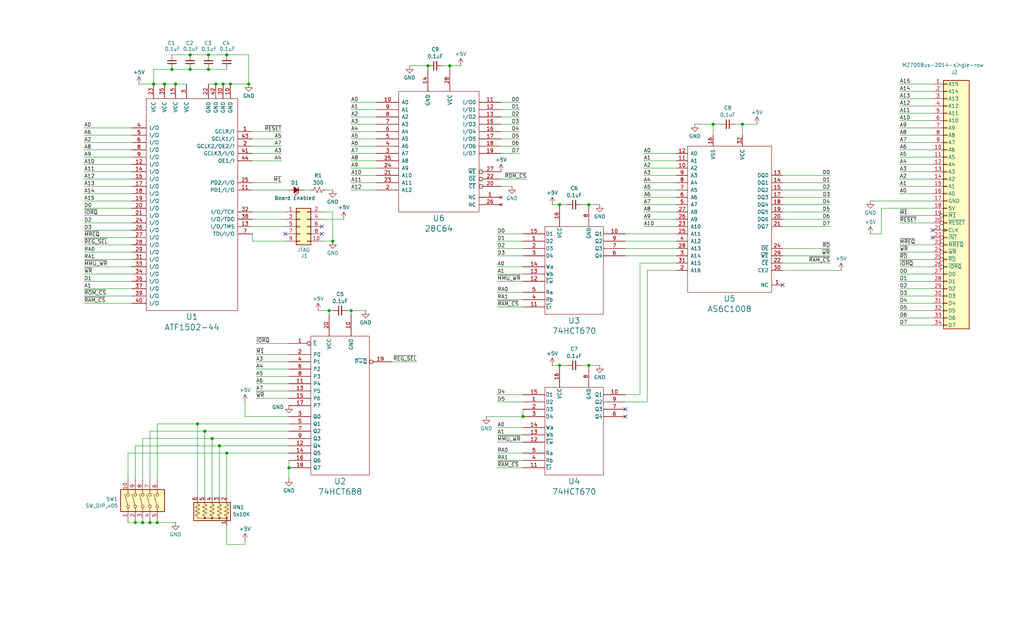
<source format=kicad_sch>
(kicad_sch (version 20231120) (generator "eeschema") (generator_version "8.0")
  (paper "USLegal")
  (title_block (title "MZ-700 SRAM 128K - ROM") (date "2024-05-19") (rev "1.0") (company "TBC") (comment 1 "ST-401"))
  (lib_symbols
    (symbol "Connector_Generic:Conn_02x05_Odd_Even" (pin_names (offset 1.016) hide)
      (property "Reference" "J" (at 1.27 7.62 0))
      (property "Value" "Conn_02x05_Odd_Even" (at 1.27 -7.62 0))
      (symbol "Conn_02x05_Odd_Even_1_1"
        (pin passive line (at -5.08 5.08 0) (length 3.81) (name "Pin_1") (number "1"))
        (pin passive line (at 7.62 -5.08 180) (length 3.81) (name "Pin_10") (number "10"))
        (pin passive line (at 7.62 5.08 180) (length 3.81) (name "Pin_2") (number "2"))
        (pin passive line (at -5.08 2.54 0) (length 3.81) (name "Pin_3") (number "3"))
        (pin passive line (at 7.62 2.54 180) (length 3.81) (name "Pin_4") (number "4"))
        (pin passive line (at -5.08 0 0) (length 3.81) (name "Pin_5") (number "5"))
        (pin passive line (at 7.62 0 180) (length 3.81) (name "Pin_6") (number "6"))
        (pin passive line (at -5.08 -2.54 0) (length 3.81) (name "Pin_7") (number "7"))
        (pin passive line (at 7.62 -2.54 180) (length 3.81) (name "Pin_8") (number "8"))
        (pin passive line (at -5.08 -5.08 0) (length 3.81) (name "Pin_9") (number "9"))
      )
    )
    (symbol "Device:C_Small" (pin_numbers hide) (pin_names (offset 0.254) hide)
      (property "Reference" "C" (at 0.254 1.778 0))
      (property "Value" "C_Small" (at 0.254 -2.032 0))
      (symbol "C_Small_1_1"
        (pin passive line (at 0 2.54 270) (length 2.032) (name "~") (number "1"))
        (pin passive line (at 0 -2.54 90) (length 2.032) (name "~") (number "2"))
      )
    )
    (symbol "Device:LED_Small_Filled" (pin_numbers hide) (pin_names (offset 0.254) hide)
      (property "Reference" "D" (at -1.27 3.175 0))
      (property "Value" "LED_Small_Filled" (at -4.445 -2.54 0))
      (symbol "LED_Small_Filled_1_1"
        (pin passive line (at -2.54 0 0) (length 1.778) (name "K") (number "1"))
        (pin passive line (at 2.54 0 180) (length 1.778) (name "A") (number "2"))
      )
    )
    (symbol "Device:R_Network05_US" (pin_names (offset 0) hide)
      (property "Reference" "RN" (at -7.62 0 90))
      (property "Value" "R_Network05_US" (at 7.62 0 90))
      (symbol "R_Network05_US_1_1"
        (pin passive line (at -5.08 5.08 270) (length 2.54) (name "common") (number "1"))
        (pin passive line (at -5.08 -5.08 90) (length 1.27) (name "R1") (number "2"))
        (pin passive line (at -2.54 -5.08 90) (length 1.27) (name "R2") (number "3"))
        (pin passive line (at 0 -5.08 90) (length 1.27) (name "R3") (number "4"))
        (pin passive line (at 2.54 -5.08 90) (length 1.27) (name "R4") (number "5"))
        (pin passive line (at 5.08 -5.08 90) (length 1.27) (name "R5") (number "6"))
      )
    )
    (symbol "Device:R_Small_US" (pin_numbers hide) (pin_names (offset 0.254) hide)
      (property "Reference" "R" (at 0.762 0.508 0))
      (property "Value" "R_Small_US" (at 0.762 -1.016 0))
      (symbol "R_Small_US_1_1"
        (pin passive line (at 0 2.54 270) (length 1.016) (name "~") (number "1"))
        (pin passive line (at 0 -2.54 90) (length 1.016) (name "~") (number "2"))
      )
    )
    (symbol "Switch:SW_DIP_x05" (pin_names (offset 0) hide)
      (property "Reference" "SW" (at 0 8.89 0))
      (property "Value" "SW_DIP_x05" (at 0 -8.89 0))
      (symbol "SW_DIP_x05_1_1"
        (pin passive line (at -7.62 5.08 0) (length 5.08) (name "~") (number "1"))
        (pin passive line (at 7.62 5.08 180) (length 5.08) (name "~") (number "10"))
        (pin passive line (at -7.62 2.54 0) (length 5.08) (name "~") (number "2"))
        (pin passive line (at -7.62 0 0) (length 5.08) (name "~") (number "3"))
        (pin passive line (at -7.62 -2.54 0) (length 5.08) (name "~") (number "4"))
        (pin passive line (at -7.62 -5.08 0) (length 5.08) (name "~") (number "5"))
        (pin passive line (at 7.62 -5.08 180) (length 5.08) (name "~") (number "6"))
        (pin passive line (at 7.62 -2.54 180) (length 5.08) (name "~") (number "7"))
        (pin passive line (at 7.62 0 180) (length 5.08) (name "~") (number "8"))
        (pin passive line (at 7.62 2.54 180) (length 5.08) (name "~") (number "9"))
      )
    )
    (symbol "power:+5V" (power) (pin_numbers hide) (pin_names (offset 0) hide)
      (property "Value" "+5V" (at 0 3.556 0))
      (symbol "+5V_1_1"
        (pin power_in line (at 0 0 90) (length 0) (name "~") (number "1"))
      )
    )
    (symbol "power:GND" (power) (pin_numbers hide) (pin_names (offset 0) hide)
      (property "Value" "GND" (at 0 -3.81 0))
      (symbol "GND_1_1"
        (pin power_in line (at 0 0 270) (length 0) (name "~") (number "1"))
      )
    )
    (symbol "sharpox:28C64" (pin_names (offset 1.016))
      (property "Reference" "U" (at 0 -2.54 0))
      (property "Value" "28C64" (at 0 2.54 0))
      (symbol "28C64_1_1"
        (pin no_connect line (at 21.59 -16.51 180) (length 7.62) (name "NC") (number "1"))
        (pin input line (at -21.59 16.51 0) (length 7.62) (name "A0") (number "10"))
        (pin bidirectional line (at 21.59 16.51 180) (length 7.62) (name "I/O0") (number "11"))
        (pin bidirectional line (at 21.59 13.97 180) (length 7.62) (name "I/O1") (number "12"))
        (pin bidirectional line (at 21.59 11.43 180) (length 7.62) (name "I/O2") (number "13"))
        (pin power_in line (at -3.81 27.94 270) (length 7.62) (name "GND") (number "14"))
        (pin bidirectional line (at 21.59 8.89 180) (length 7.62) (name "I/O3") (number "15"))
        (pin bidirectional line (at 21.59 6.35 180) (length 7.62) (name "I/O4") (number "16"))
        (pin bidirectional line (at 21.59 3.81 180) (length 7.62) (name "I/O5") (number "17"))
        (pin bidirectional line (at 21.59 1.27 180) (length 7.62) (name "I/O6") (number "18"))
        (pin bidirectional line (at 21.59 -1.27 180) (length 7.62) (name "I/O7") (number "19"))
        (pin input line (at -21.59 -13.97 0) (length 7.62) (name "A12") (number "2"))
        (pin input inverted (at 21.59 -12.7 180) (length 7.62) (name "~{CE}") (number "20"))
        (pin input line (at -21.59 -8.89 0) (length 7.62) (name "A10") (number "21"))
        (pin input inverted (at 21.59 -10.16 180) (length 7.62) (name "~{OE}") (number "22"))
        (pin input line (at -21.59 -11.43 0) (length 7.62) (name "A11") (number "23"))
        (pin input line (at -21.59 -6.35 0) (length 7.62) (name "A9") (number "24"))
        (pin input line (at -21.59 -3.81 0) (length 7.62) (name "A8") (number "25"))
        (pin no_connect line (at 21.59 -19.05 180) (length 7.62) (name "NC") (number "26"))
        (pin input inverted (at 21.59 -7.62 180) (length 7.62) (name "~{WE}") (number "27"))
        (pin power_in line (at 3.81 27.94 270) (length 7.62) (name "VCC") (number "28"))
        (pin input line (at -21.59 -1.27 0) (length 7.62) (name "A7") (number "3"))
        (pin input line (at -21.59 1.27 0) (length 7.62) (name "A6") (number "4"))
        (pin input line (at -21.59 3.81 0) (length 7.62) (name "A5") (number "5"))
        (pin input line (at -21.59 6.35 0) (length 7.62) (name "A4") (number "6"))
        (pin input line (at -21.59 8.89 0) (length 7.62) (name "A3") (number "7"))
        (pin input line (at -21.59 11.43 0) (length 7.62) (name "A2") (number "8"))
        (pin input line (at -21.59 13.97 0) (length 7.62) (name "A1") (number "9"))
      )
    )
    (symbol "sharpox:74LS670" (pin_names (offset 0.254))
      (property "Reference" "U" (at 0 -2.54 0))
      (property "Value" "74LS670" (at 0 1.27 0))
      (symbol "74LS670_0_0"
        (pin power_in line (at -5.08 21.59 270) (length 7.62) (name "VCC") (number "16"))
        (pin power_in line (at 5.08 21.59 270) (length 7.62) (name "GND") (number "8"))
      )
      (symbol "74LS670_1_1"
        (pin input line (at -17.78 8.89 0) (length 7.62) (name "D2") (number "1"))
        (pin tri_state line (at 17.78 11.43 180) (length 7.62) (name "Q1") (number "10"))
        (pin input line (at -17.78 -13.97 0) (length 7.62) (name "~{Er}") (number "11"))
        (pin input line (at -17.78 -5.08 0) (length 7.62) (name "~{Ew}") (number "12"))
        (pin input line (at -17.78 -2.54 0) (length 7.62) (name "Wb") (number "13"))
        (pin input line (at -17.78 0 0) (length 7.62) (name "Wa") (number "14"))
        (pin input line (at -17.78 11.43 0) (length 7.62) (name "D1") (number "15"))
        (pin input line (at -17.78 6.35 0) (length 7.62) (name "D3") (number "2"))
        (pin input line (at -17.78 3.81 0) (length 7.62) (name "D4") (number "3"))
        (pin input line (at -17.78 -11.43 0) (length 7.62) (name "Rb") (number "4"))
        (pin input line (at -17.78 -8.89 0) (length 7.62) (name "Ra") (number "5"))
        (pin tri_state line (at 17.78 3.81 180) (length 7.62) (name "Q4") (number "6"))
        (pin tri_state line (at 17.78 6.35 180) (length 7.62) (name "Q3") (number "7"))
        (pin tri_state line (at 17.78 8.89 180) (length 7.62) (name "Q2") (number "9"))
      )
    )
    (symbol "sharpox:74LS688" (pin_names (offset 0.762))
      (property "Reference" "U" (at 0 -2.54 0))
      (property "Value" "74LS688" (at 1.27 5.08 0))
      (symbol "74LS688_1_1"
        (pin input inverted (at -17.78 22.86 0) (length 7.62) (name "~{E}") (number "1"))
        (pin power_in line (at 3.81 33.02 270) (length 7.62) (name "GND") (number "10"))
        (pin input line (at -17.78 8.89 0) (length 7.62) (name "P4") (number "11"))
        (pin input line (at -17.78 -12.7 0) (length 7.62) (name "Q4") (number "12"))
        (pin input line (at -17.78 6.35 0) (length 7.62) (name "P5") (number "13"))
        (pin input line (at -17.78 -15.24 0) (length 7.62) (name "Q5") (number "14"))
        (pin input line (at -17.78 3.81 0) (length 7.62) (name "P6") (number "15"))
        (pin input line (at -17.78 -17.78 0) (length 7.62) (name "Q6") (number "16"))
        (pin input line (at -17.78 1.27 0) (length 7.62) (name "P7") (number "17"))
        (pin input line (at -17.78 -20.32 0) (length 7.62) (name "Q7") (number "18"))
        (pin output inverted (at 17.78 16.51 180) (length 7.62) (name "~{P=Q}") (number "19"))
        (pin input line (at -17.78 19.05 0) (length 7.62) (name "P0") (number "2"))
        (pin power_in line (at -3.81 33.02 270) (length 7.62) (name "VCC") (number "20"))
        (pin input line (at -17.78 -2.54 0) (length 7.62) (name "Q0") (number "3"))
        (pin input line (at -17.78 16.51 0) (length 7.62) (name "P1") (number "4"))
        (pin input line (at -17.78 -5.08 0) (length 7.62) (name "Q1") (number "5"))
        (pin input line (at -17.78 13.97 0) (length 7.62) (name "P2") (number "6"))
        (pin input line (at -17.78 -7.62 0) (length 7.62) (name "Q2") (number "7"))
        (pin input line (at -17.78 11.43 0) (length 7.62) (name "P3") (number "8"))
        (pin input line (at -17.78 -10.16 0) (length 7.62) (name "Q3") (number "9"))
      )
    )
    (symbol "sharpox:AS6C1008" (pin_names (offset 1.016))
      (property "Reference" "U" (at 0 -3.81 0))
      (property "Value" "AS6C1008" (at 0 2.54 0))
      (symbol "AS6C1008_1_1"
        (pin passive line (at -19.05 -22.86 0) (length 3.81) (name "NC") (number "1"))
        (pin input line (at 17.78 17.78 180) (length 3.81) (name "A2") (number "10"))
        (pin input line (at 17.78 20.32 180) (length 3.81) (name "A1") (number "11"))
        (pin input line (at 17.78 22.86 180) (length 3.81) (name "A0") (number "12"))
        (pin bidirectional line (at -19.05 15.24 0) (length 3.81) (name "DQ0") (number "13"))
        (pin bidirectional line (at -19.05 12.7 0) (length 3.81) (name "DQ1") (number "14"))
        (pin bidirectional line (at -19.05 10.16 0) (length 3.81) (name "DQ2") (number "15"))
        (pin power_in line (at 5.08 29.21 270) (length 3.81) (name "VSS") (number "16"))
        (pin bidirectional line (at -19.05 7.62 0) (length 3.81) (name "DQ3") (number "17"))
        (pin bidirectional line (at -19.05 5.08 0) (length 3.81) (name "DQ4") (number "18"))
        (pin bidirectional line (at -19.05 2.54 0) (length 3.81) (name "DQ5") (number "19"))
        (pin input line (at 17.78 -17.78 180) (length 3.81) (name "A16") (number "2"))
        (pin bidirectional line (at -19.05 0 0) (length 3.81) (name "DQ6") (number "20"))
        (pin bidirectional line (at -19.05 -2.54 0) (length 3.81) (name "DQ7") (number "21"))
        (pin input line (at -19.05 -15.24 0) (length 3.81) (name "~{CE}") (number "22"))
        (pin input line (at 17.78 -2.54 180) (length 3.81) (name "A10") (number "23"))
        (pin input line (at -19.05 -10.16 0) (length 3.81) (name "~{OE}") (number "24"))
        (pin input line (at 17.78 -5.08 180) (length 3.81) (name "A11") (number "25"))
        (pin input line (at 17.78 0 180) (length 3.81) (name "A9") (number "26"))
        (pin input line (at 17.78 2.54 180) (length 3.81) (name "A8") (number "27"))
        (pin input line (at 17.78 -10.16 180) (length 3.81) (name "A13") (number "28"))
        (pin input line (at -19.05 -12.7 0) (length 3.81) (name "~{WE}") (number "29"))
        (pin input line (at 17.78 -12.7 180) (length 3.81) (name "A14") (number "3"))
        (pin input line (at -19.05 -17.78 0) (length 3.81) (name "CE2") (number "30"))
        (pin input line (at 17.78 -15.24 180) (length 3.81) (name "A15") (number "31"))
        (pin power_in line (at -5.08 29.21 270) (length 3.81) (name "VCC") (number "32"))
        (pin input line (at 17.78 -7.62 180) (length 3.81) (name "A12") (number "4"))
        (pin input line (at 17.78 5.08 180) (length 3.81) (name "A7") (number "5"))
        (pin input line (at 17.78 7.62 180) (length 3.81) (name "A6") (number "6"))
        (pin input line (at 17.78 10.16 180) (length 3.81) (name "A5") (number "7"))
        (pin input line (at 17.78 12.7 180) (length 3.81) (name "A4") (number "8"))
        (pin input line (at 17.78 15.24 180) (length 3.81) (name "A3") (number "9"))
      )
    )
    (symbol "sharpox:ATF1504-44" (pin_names (offset 1.016))
      (property "Reference" "U" (at 0 -46.99 0))
      (property "Value" "ATF1504-44" (at 1.27 -41.91 0))
      (symbol "ATF1504-44_1_1"
        (pin input line (at 21.59 22.86 180) (length 5.08) (name "GCLR/I") (number "1"))
        (pin power_in line (at 13.97 39.37 270) (length 5.08) (name "GND") (number "10"))
        (pin bidirectional line (at 21.59 2.54 180) (length 5.08) (name "PD1/I/O") (number "11"))
        (pin bidirectional line (at -20.32 11.43 0) (length 5.08) (name "I/O") (number "12"))
        (pin bidirectional line (at 21.59 -10.16 180) (length 5.08) (name "I/O/TMS") (number "13"))
        (pin bidirectional line (at -20.32 8.89 0) (length 5.08) (name "I/O") (number "14"))
        (pin power_in line (at -5.08 39.37 270) (length 5.08) (name "VCC") (number "15"))
        (pin bidirectional line (at -20.32 6.35 0) (length 5.08) (name "I/O") (number "16"))
        (pin bidirectional line (at -20.32 3.81 0) (length 5.08) (name "I/O") (number "17"))
        (pin bidirectional line (at -20.32 1.27 0) (length 5.08) (name "I/O") (number "18"))
        (pin bidirectional line (at -20.32 -1.27 0) (length 5.08) (name "I/O") (number "19"))
        (pin input line (at 21.59 17.78 180) (length 5.08) (name "GCLK2/OE2/I") (number "2"))
        (pin bidirectional line (at -20.32 -3.81 0) (length 5.08) (name "I/O") (number "20"))
        (pin bidirectional line (at -20.32 -6.35 0) (length 5.08) (name "I/O") (number "21"))
        (pin power_in line (at 6.35 39.37 270) (length 5.08) (name "GND") (number "22"))
        (pin power_in line (at -12.7 39.37 270) (length 5.08) (name "VCC") (number "23"))
        (pin bidirectional line (at -20.32 -8.89 0) (length 5.08) (name "I/O") (number "24"))
        (pin bidirectional line (at 21.59 5.08 180) (length 5.08) (name "PD2/I/O") (number "25"))
        (pin bidirectional line (at -20.32 -11.43 0) (length 5.08) (name "I/O") (number "26"))
        (pin bidirectional line (at -20.32 -13.97 0) (length 5.08) (name "I/O") (number "27"))
        (pin bidirectional line (at -20.32 -16.51 0) (length 5.08) (name "I/O") (number "28"))
        (pin bidirectional line (at -20.32 -19.05 0) (length 5.08) (name "I/O") (number "29"))
        (pin power_in line (at -1.27 39.37 270) (length 5.08) (name "VCC") (number "3"))
        (pin power_in line (at 11.43 39.37 270) (length 5.08) (name "GND") (number "30"))
        (pin bidirectional line (at -20.32 -21.59 0) (length 5.08) (name "I/O") (number "31"))
        (pin bidirectional line (at 21.59 -5.08 180) (length 5.08) (name "I/O/TCK") (number "32"))
        (pin bidirectional line (at -20.32 -24.13 0) (length 5.08) (name "I/O") (number "33"))
        (pin bidirectional line (at -20.32 -26.67 0) (length 5.08) (name "I/O") (number "34"))
        (pin power_in line (at -8.89 39.37 270) (length 5.08) (name "VCC") (number "35"))
        (pin bidirectional line (at -20.32 -29.21 0) (length 5.08) (name "I/O") (number "36"))
        (pin bidirectional line (at -20.32 -31.75 0) (length 5.08) (name "I/O") (number "37"))
        (pin bidirectional line (at 21.59 -7.62 180) (length 5.08) (name "I/O/TDO") (number "38"))
        (pin bidirectional line (at -20.32 -34.29 0) (length 5.08) (name "I/O") (number "39"))
        (pin bidirectional line (at -20.32 24.13 0) (length 5.08) (name "I/O") (number "4"))
        (pin bidirectional line (at -20.32 -36.83 0) (length 5.08) (name "I/O") (number "40"))
        (pin bidirectional line (at 21.59 15.24 180) (length 5.08) (name "GCLK3/I/O") (number "41"))
        (pin power_in line (at 8.89 39.37 270) (length 5.08) (name "GND") (number "42"))
        (pin input line (at 21.59 20.32 180) (length 5.08) (name "GCLK1/I") (number "43"))
        (pin input line (at 21.59 12.7 180) (length 5.08) (name "OE1/I") (number "44"))
        (pin bidirectional line (at -20.32 21.59 0) (length 5.08) (name "I/O") (number "5"))
        (pin bidirectional line (at -20.32 19.05 0) (length 5.08) (name "I/O") (number "6"))
        (pin bidirectional line (at 21.59 -12.7 180) (length 5.08) (name "TDI/I/O") (number "7"))
        (pin bidirectional line (at -20.32 16.51 0) (length 5.08) (name "I/O") (number "8"))
        (pin bidirectional line (at -20.32 13.97 0) (length 5.08) (name "I/O") (number "9"))
      )
    )
    (symbol "sharpox:MZ700Bus-2014-single-row" (pin_names (offset 1.6))
      (property "Reference" "J1" (at 8.382 2.4821 0))
      (property "Value" "MZ700Bus-2014-single-row" (at -5.715 -44.45 0))
      (symbol "MZ700Bus-2014-single-row_1_1"
        (pin output line (at -5.08 43.18 0) (length 3.81) (name "A15") (number "1"))
        (pin output line (at -5.08 20.32 0) (length 3.81) (name "A6") (number "10"))
        (pin output line (at -5.08 17.78 0) (length 3.81) (name "A5") (number "11"))
        (pin output line (at -5.08 15.24 0) (length 3.81) (name "A4") (number "12"))
        (pin output line (at -5.08 12.7 0) (length 3.81) (name "A3") (number "13"))
        (pin output line (at -5.08 10.16 0) (length 3.81) (name "A2") (number "14"))
        (pin output line (at -5.08 7.62 0) (length 3.81) (name "A1") (number "15"))
        (pin output line (at -5.08 5.08 0) (length 3.81) (name "A0") (number "16"))
        (pin power_out line (at -5.08 2.54 0) (length 3.81) (name "GND") (number "17"))
        (pin power_out line (at -5.08 0 0) (length 3.81) (name "5V") (number "18"))
        (pin output inverted (at -5.08 -2.54 0) (length 3.81) (name "~{M1}") (number "19"))
        (pin output line (at -5.08 40.64 0) (length 3.81) (name "A14") (number "2"))
        (pin output inverted (at -5.08 -5.08 0) (length 3.81) (name "~{RESET}") (number "20"))
        (pin output clock (at -5.08 -7.62 0) (length 3.81) (name "CLK") (number "21"))
        (pin output inverted (at -5.08 -10.16 0) (length 3.81) (name "~{INT}") (number "22"))
        (pin output inverted (at -5.08 -12.7 0) (length 3.81) (name "~{MREQ}") (number "23"))
        (pin output inverted (at -5.08 -15.24 0) (length 3.81) (name "~{WR}") (number "24"))
        (pin output inverted (at -5.08 -17.78 0) (length 3.81) (name "~{RD}") (number "25"))
        (pin output inverted (at -5.08 -20.32 0) (length 3.81) (name "~{IORQ}") (number "26"))
        (pin bidirectional line (at -5.08 -22.86 0) (length 3.81) (name "D0") (number "27"))
        (pin bidirectional line (at -5.08 -25.4 0) (length 3.81) (name "D1") (number "28"))
        (pin bidirectional line (at -5.08 -27.94 0) (length 3.81) (name "D2") (number "29"))
        (pin output line (at -5.08 38.1 0) (length 3.81) (name "A13") (number "3"))
        (pin bidirectional line (at -5.08 -30.48 0) (length 3.81) (name "D3") (number "30"))
        (pin bidirectional line (at -5.08 -33.02 0) (length 3.81) (name "D4") (number "31"))
        (pin bidirectional line (at -5.08 -35.56 0) (length 3.81) (name "D5") (number "32"))
        (pin bidirectional line (at -5.08 -38.1 0) (length 3.81) (name "D6") (number "33"))
        (pin bidirectional line (at -5.08 -40.64 0) (length 3.81) (name "D7") (number "34"))
        (pin output line (at -5.08 35.56 0) (length 3.81) (name "A12") (number "4"))
        (pin output line (at -5.08 33.02 0) (length 3.81) (name "A11") (number "5"))
        (pin output line (at -5.08 30.48 0) (length 3.81) (name "A10") (number "6"))
        (pin output line (at -5.08 27.94 0) (length 3.81) (name "A9") (number "7"))
        (pin output line (at -5.08 25.4 0) (length 3.81) (name "A8") (number "8"))
        (pin output line (at -5.08 22.86 0) (length 3.81) (name "A7") (number "9"))
      )
    )
  )
  (junction (at 60.96 29.21))
  (junction (at 49.53 181.61))
  (junction (at 181.61 144.78))
  (junction (at 121.92 107.95))
  (junction (at 86.36 29.21))
  (junction (at 73.66 152.4))
  (junction (at 80.01 29.21))
  (junction (at 77.47 29.21))
  (junction (at 72.39 24.13))
  (junction (at 115.57 83.82))
  (junction (at 204.47 71.12))
  (junction (at 194.31 71.12))
  (junction (at 52.07 181.61))
  (junction (at 78.74 157.48))
  (junction (at 66.04 19.05))
  (junction (at 68.58 147.32))
  (junction (at 72.39 19.05))
  (junction (at 247.65 43.18))
  (junction (at 194.31 127))
  (junction (at 156.21 22.86))
  (junction (at 66.04 24.13))
  (junction (at 74.93 29.21))
  (junction (at 148.59 22.86))
  (junction (at 100.33 162.56))
  (junction (at 257.81 43.18))
  (junction (at 71.12 149.86))
  (junction (at 76.2 154.94))
  (junction (at 204.47 127))
  (junction (at 78.74 19.05))
  (junction (at 46.99 181.61))
  (junction (at 59.69 24.13))
  (junction (at 57.15 29.21))
  (junction (at 114.3 107.95))
  (junction (at 53.34 29.21))
  (junction (at 54.61 181.61))
  (no_connect (at 323.85 80.01))
  (no_connect (at 271.78 99.06))
  (no_connect (at 111.76 81.28))
  (no_connect (at 99.06 81.28))
  (no_connect (at 323.85 82.55))
  (no_connect (at 217.17 142.24))
  (no_connect (at 111.76 78.74))
  (no_connect (at 217.17 144.78))
  (wire (pts (xy 135.89 125.73) (xy 144.78 125.73)))
  (wire (pts (xy 87.63 78.74) (xy 99.06 78.74)))
  (wire (pts (xy 29.21 69.85) (xy 45.72 69.85)))
  (wire (pts (xy 52.07 149.86) (xy 52.07 166.37)))
  (wire (pts (xy 312.42 97.79) (xy 323.85 97.79)))
  (wire (pts (xy 52.07 181.61) (xy 54.61 181.61)))
  (wire (pts (xy 173.99 64.77) (xy 177.8 64.77)))
  (wire (pts (xy 85.09 139.7) (xy 85.09 144.78)))
  (wire (pts (xy 121.92 53.34) (xy 130.81 53.34)))
  (wire (pts (xy 121.92 38.1) (xy 130.81 38.1)))
  (wire (pts (xy 110.49 107.95) (xy 114.3 107.95)))
  (wire (pts (xy 87.63 55.88) (xy 97.79 55.88)))
  (wire (pts (xy 57.15 29.21) (xy 60.96 29.21)))
  (wire (pts (xy 29.21 62.23) (xy 45.72 62.23)))
  (wire (pts (xy 86.36 19.05) (xy 86.36 29.21)))
  (wire (pts (xy 113.03 66.04) (xy 115.57 66.04)))
  (wire (pts (xy 87.63 50.8) (xy 97.79 50.8)))
  (wire (pts (xy 172.72 162.56) (xy 181.61 162.56)))
  (wire (pts (xy 88.9 119.38) (xy 100.33 119.38)))
  (wire (pts (xy 29.21 90.17) (xy 45.72 90.17)))
  (wire (pts (xy 29.21 77.47) (xy 45.72 77.47)))
  (wire (pts (xy 29.21 52.07) (xy 45.72 52.07)))
  (wire (pts (xy 100.33 160.02) (xy 100.33 162.56)))
  (wire (pts (xy 172.72 81.28) (xy 181.61 81.28)))
  (wire (pts (xy 172.72 101.6) (xy 181.61 101.6)))
  (wire (pts (xy 271.78 78.74) (xy 288.29 78.74)))
  (wire (pts (xy 121.92 58.42) (xy 130.81 58.42)))
  (wire (pts (xy 223.52 58.42) (xy 234.95 58.42)))
  (wire (pts (xy 29.21 44.45) (xy 45.72 44.45)))
  (wire (pts (xy 29.21 92.71) (xy 45.72 92.71)))
  (wire (pts (xy 312.42 46.99) (xy 323.85 46.99)))
  (wire (pts (xy 224.79 93.98) (xy 224.79 139.7)))
  (wire (pts (xy 172.72 139.7) (xy 181.61 139.7)))
  (wire (pts (xy 87.63 63.5) (xy 97.79 63.5)))
  (wire (pts (xy 180.34 50.8) (xy 173.99 50.8)))
  (wire (pts (xy 312.42 36.83) (xy 323.85 36.83)))
  (wire (pts (xy 204.47 127) (xy 208.28 127)))
  (wire (pts (xy 217.17 86.36) (xy 234.95 86.36)))
  (wire (pts (xy 29.21 85.09) (xy 45.72 85.09)))
  (wire (pts (xy 247.65 43.18) (xy 241.3 43.18)))
  (wire (pts (xy 115.57 73.66) (xy 111.76 73.66)))
  (wire (pts (xy 312.42 107.95) (xy 323.85 107.95)))
  (wire (pts (xy 73.66 152.4) (xy 100.33 152.4)))
  (wire (pts (xy 121.92 35.56) (xy 130.81 35.56)))
  (wire (pts (xy 222.25 91.44) (xy 222.25 137.16)))
  (wire (pts (xy 194.31 71.12) (xy 196.85 71.12)))
  (wire (pts (xy 223.52 53.34) (xy 234.95 53.34)))
  (wire (pts (xy 54.61 147.32) (xy 68.58 147.32)))
  (wire (pts (xy 312.42 62.23) (xy 323.85 62.23)))
  (wire (pts (xy 312.42 67.31) (xy 323.85 67.31)))
  (wire (pts (xy 172.72 83.82) (xy 181.61 83.82)))
  (wire (pts (xy 80.01 29.21) (xy 86.36 29.21)))
  (wire (pts (xy 201.93 71.12) (xy 204.47 71.12)))
  (wire (pts (xy 191.77 127) (xy 194.31 127)))
  (wire (pts (xy 271.78 71.12) (xy 288.29 71.12)))
  (wire (pts (xy 29.21 80.01) (xy 45.72 80.01)))
  (wire (pts (xy 87.63 73.66) (xy 99.06 73.66)))
  (wire (pts (xy 217.17 81.28) (xy 234.95 81.28)))
  (wire (pts (xy 312.42 105.41) (xy 323.85 105.41)))
  (wire (pts (xy 180.34 53.34) (xy 173.99 53.34)))
  (wire (pts (xy 312.42 52.07) (xy 323.85 52.07)))
  (wire (pts (xy 271.78 88.9) (xy 288.29 88.9)))
  (wire (pts (xy 222.25 91.44) (xy 234.95 91.44)))
  (wire (pts (xy 71.12 149.86) (xy 100.33 149.86)))
  (wire (pts (xy 191.77 71.12) (xy 194.31 71.12)))
  (wire (pts (xy 223.52 78.74) (xy 234.95 78.74)))
  (wire (pts (xy 53.34 29.21) (xy 57.15 29.21)))
  (wire (pts (xy 271.78 76.2) (xy 288.29 76.2)))
  (wire (pts (xy 54.61 181.61) (xy 60.96 181.61)))
  (wire (pts (xy 312.42 29.21) (xy 323.85 29.21)))
  (wire (pts (xy 302.26 69.85) (xy 323.85 69.85)))
  (wire (pts (xy 88.9 123.19) (xy 100.33 123.19)))
  (wire (pts (xy 114.3 107.95) (xy 114.3 109.22)))
  (wire (pts (xy 45.72 72.39) (xy 29.21 72.39)))
  (wire (pts (xy 223.52 55.88) (xy 234.95 55.88)))
  (wire (pts (xy 87.63 66.04) (xy 100.33 66.04)))
  (wire (pts (xy 312.42 49.53) (xy 323.85 49.53)))
  (wire (pts (xy 88.9 125.73) (xy 100.33 125.73)))
  (wire (pts (xy 172.72 153.67) (xy 181.61 153.67)))
  (wire (pts (xy 121.92 107.95) (xy 121.92 109.22)))
  (wire (pts (xy 52.07 149.86) (xy 71.12 149.86)))
  (wire (pts (xy 29.21 87.63) (xy 45.72 87.63)))
  (wire (pts (xy 302.26 81.28) (xy 306.07 81.28)))
  (wire (pts (xy 271.78 86.36) (xy 288.29 86.36)))
  (wire (pts (xy 85.09 144.78) (xy 100.33 144.78)))
  (wire (pts (xy 312.42 77.47) (xy 323.85 77.47)))
  (wire (pts (xy 78.74 157.48) (xy 78.74 172.72)))
  (wire (pts (xy 73.66 152.4) (xy 73.66 172.72)))
  (wire (pts (xy 68.58 147.32) (xy 68.58 172.72)))
  (wire (pts (xy 29.21 97.79) (xy 45.72 97.79)))
  (wire (pts (xy 172.72 86.36) (xy 181.61 86.36)))
  (wire (pts (xy 271.78 91.44) (xy 288.29 91.44)))
  (wire (pts (xy 223.52 60.96) (xy 234.95 60.96)))
  (wire (pts (xy 312.42 85.09) (xy 323.85 85.09)))
  (wire (pts (xy 306.07 72.39) (xy 306.07 81.28)))
  (wire (pts (xy 29.21 49.53) (xy 45.72 49.53)))
  (wire (pts (xy 87.63 48.26) (xy 97.79 48.26)))
  (wire (pts (xy 54.61 147.32) (xy 54.61 166.37)))
  (wire (pts (xy 97.79 45.72) (xy 87.63 45.72)))
  (wire (pts (xy 312.42 39.37) (xy 323.85 39.37)))
  (wire (pts (xy 100.33 166.37) (xy 100.33 162.56)))
  (wire (pts (xy 172.72 88.9) (xy 181.61 88.9)))
  (wire (pts (xy 271.78 68.58) (xy 288.29 68.58)))
  (wire (pts (xy 53.34 24.13) (xy 53.34 29.21)))
  (wire (pts (xy 312.42 102.87) (xy 323.85 102.87)))
  (wire (pts (xy 88.9 133.35) (xy 100.33 133.35)))
  (wire (pts (xy 121.92 50.8) (xy 130.81 50.8)))
  (wire (pts (xy 105.41 66.04) (xy 107.95 66.04)))
  (wire (pts (xy 312.42 92.71) (xy 323.85 92.71)))
  (wire (pts (xy 49.53 152.4) (xy 73.66 152.4)))
  (wire (pts (xy 181.61 142.24) (xy 181.61 144.78)))
  (wire (pts (xy 223.52 71.12) (xy 234.95 71.12)))
  (wire (pts (xy 68.58 147.32) (xy 100.33 147.32)))
  (wire (pts (xy 153.67 22.86) (xy 156.21 22.86)))
  (wire (pts (xy 88.9 138.43) (xy 100.33 138.43)))
  (wire (pts (xy 115.57 83.82) (xy 115.57 73.66)))
  (wire (pts (xy 271.78 60.96) (xy 288.29 60.96)))
  (wire (pts (xy 121.92 40.64) (xy 130.81 40.64)))
  (wire (pts (xy 76.2 154.94) (xy 100.33 154.94)))
  (wire (pts (xy 46.99 181.61) (xy 44.45 181.61)))
  (wire (pts (xy 78.74 19.05) (xy 86.36 19.05)))
  (wire (pts (xy 78.74 157.48) (xy 100.33 157.48)))
  (wire (pts (xy 29.21 100.33) (xy 45.72 100.33)))
  (wire (pts (xy 29.21 59.69) (xy 45.72 59.69)))
  (wire (pts (xy 312.42 74.93) (xy 323.85 74.93)))
  (wire (pts (xy 172.72 148.59) (xy 181.61 148.59)))
  (wire (pts (xy 44.45 157.48) (xy 78.74 157.48)))
  (wire (pts (xy 172.72 92.71) (xy 181.61 92.71)))
  (wire (pts (xy 312.42 113.03) (xy 323.85 113.03)))
  (wire (pts (xy 204.47 127) (xy 201.93 127)))
  (wire (pts (xy 306.07 72.39) (xy 323.85 72.39)))
  (wire (pts (xy 312.42 59.69) (xy 323.85 59.69)))
  (wire (pts (xy 194.31 127) (xy 196.85 127)))
  (wire (pts (xy 142.24 22.86) (xy 148.59 22.86)))
  (wire (pts (xy 121.92 66.04) (xy 130.81 66.04)))
  (wire (pts (xy 255.27 43.18) (xy 257.81 43.18)))
  (wire (pts (xy 262.89 43.18) (xy 257.81 43.18)))
  (wire (pts (xy 257.81 43.18) (xy 257.81 46.99)))
  (wire (pts (xy 312.42 95.25) (xy 323.85 95.25)))
  (wire (pts (xy 29.21 54.61) (xy 45.72 54.61)))
  (wire (pts (xy 271.78 93.98) (xy 292.1 93.98)))
  (wire (pts (xy 121.92 48.26) (xy 130.81 48.26)))
  (wire (pts (xy 111.76 83.82) (xy 115.57 83.82)))
  (wire (pts (xy 48.26 29.21) (xy 53.34 29.21)))
  (wire (pts (xy 312.42 90.17) (xy 323.85 90.17)))
  (wire (pts (xy 180.34 45.72) (xy 173.99 45.72)))
  (wire (pts (xy 120.65 107.95) (xy 121.92 107.95)))
  (wire (pts (xy 204.47 71.12) (xy 208.28 71.12)))
  (wire (pts (xy 312.42 44.45) (xy 323.85 44.45)))
  (wire (pts (xy 88.9 130.81) (xy 100.33 130.81)))
  (wire (pts (xy 312.42 41.91) (xy 323.85 41.91)))
  (wire (pts (xy 312.42 34.29) (xy 323.85 34.29)))
  (wire (pts (xy 74.93 29.21) (xy 77.47 29.21)))
  (wire (pts (xy 271.78 73.66) (xy 288.29 73.66)))
  (wire (pts (xy 88.9 135.89) (xy 100.33 135.89)))
  (wire (pts (xy 172.72 97.79) (xy 181.61 97.79)))
  (wire (pts (xy 66.04 24.13) (xy 72.39 24.13)))
  (wire (pts (xy 49.53 152.4) (xy 49.53 166.37)))
  (wire (pts (xy 78.74 182.88) (xy 78.74 189.23)))
  (wire (pts (xy 29.21 64.77) (xy 45.72 64.77)))
  (wire (pts (xy 180.34 48.26) (xy 173.99 48.26)))
  (wire (pts (xy 59.69 19.05) (xy 66.04 19.05)))
  (wire (pts (xy 60.96 29.21) (xy 64.77 29.21)))
  (wire (pts (xy 224.79 93.98) (xy 234.95 93.98)))
  (wire (pts (xy 29.21 82.55) (xy 45.72 82.55)))
  (wire (pts (xy 49.53 181.61) (xy 52.07 181.61)))
  (wire (pts (xy 312.42 31.75) (xy 323.85 31.75)))
  (wire (pts (xy 271.78 66.04) (xy 288.29 66.04)))
  (wire (pts (xy 46.99 154.94) (xy 76.2 154.94)))
  (wire (pts (xy 111.76 76.2) (xy 119.38 76.2)))
  (wire (pts (xy 29.21 46.99) (xy 45.72 46.99)))
  (wire (pts (xy 29.21 95.25) (xy 45.72 95.25)))
  (wire (pts (xy 172.72 95.25) (xy 181.61 95.25)))
  (wire (pts (xy 121.92 55.88) (xy 130.81 55.88)))
  (wire (pts (xy 223.52 73.66) (xy 234.95 73.66)))
  (wire (pts (xy 247.65 43.18) (xy 250.19 43.18)))
  (wire (pts (xy 115.57 107.95) (xy 114.3 107.95)))
  (wire (pts (xy 29.21 57.15) (xy 45.72 57.15)))
  (wire (pts (xy 121.92 63.5) (xy 130.81 63.5)))
  (wire (pts (xy 217.17 139.7) (xy 224.79 139.7)))
  (wire (pts (xy 72.39 19.05) (xy 78.74 19.05)))
  (wire (pts (xy 121.92 107.95) (xy 127 107.95)))
  (wire (pts (xy 312.42 87.63) (xy 323.85 87.63)))
  (wire (pts (xy 180.34 43.18) (xy 173.99 43.18)))
  (wire (pts (xy 29.21 67.31) (xy 45.72 67.31)))
  (wire (pts (xy 222.25 137.16) (xy 217.17 137.16)))
  (wire (pts (xy 121.92 45.72) (xy 130.81 45.72)))
  (wire (pts (xy 168.91 144.78) (xy 181.61 144.78)))
  (wire (pts (xy 312.42 54.61) (xy 323.85 54.61)))
  (wire (pts (xy 156.21 22.86) (xy 156.21 24.13)))
  (wire (pts (xy 29.21 102.87) (xy 45.72 102.87)))
  (wire (pts (xy 66.04 19.05) (xy 72.39 19.05)))
  (wire (pts (xy 217.17 88.9) (xy 234.95 88.9)))
  (wire (pts (xy 59.69 24.13) (xy 53.34 24.13)))
  (wire (pts (xy 172.72 151.13) (xy 181.61 151.13)))
  (wire (pts (xy 66.04 24.13) (xy 59.69 24.13)))
  (wire (pts (xy 312.42 110.49) (xy 323.85 110.49)))
  (wire (pts (xy 87.63 81.28) (xy 87.63 83.82)))
  (wire (pts (xy 172.72 160.02) (xy 181.61 160.02)))
  (wire (pts (xy 71.12 149.86) (xy 71.12 172.72)))
  (wire (pts (xy 29.21 105.41) (xy 45.72 105.41)))
  (wire (pts (xy 180.34 38.1) (xy 173.99 38.1)))
  (wire (pts (xy 78.74 189.23) (xy 85.09 189.23)))
  (wire (pts (xy 271.78 63.5) (xy 288.29 63.5)))
  (wire (pts (xy 148.59 22.86) (xy 148.59 24.13)))
  (wire (pts (xy 46.99 181.61) (xy 49.53 181.61)))
  (wire (pts (xy 77.47 29.21) (xy 80.01 29.21)))
  (wire (pts (xy 180.34 40.64) (xy 173.99 40.64)))
  (wire (pts (xy 172.72 106.68) (xy 181.61 106.68)))
  (wire (pts (xy 312.42 57.15) (xy 323.85 57.15)))
  (wire (pts (xy 247.65 43.18) (xy 247.65 46.99)))
  (wire (pts (xy 44.45 157.48) (xy 44.45 166.37)))
  (wire (pts (xy 88.9 128.27) (xy 100.33 128.27)))
  (wire (pts (xy 87.63 76.2) (xy 99.06 76.2)))
  (wire (pts (xy 217.17 83.82) (xy 234.95 83.82)))
  (wire (pts (xy 76.2 154.94) (xy 76.2 172.72)))
  (wire (pts (xy 172.72 157.48) (xy 181.61 157.48)))
  (wire (pts (xy 121.92 60.96) (xy 130.81 60.96)))
  (wire (pts (xy 223.52 66.04) (xy 234.95 66.04)))
  (wire (pts (xy 87.63 83.82) (xy 99.06 83.82)))
  (wire (pts (xy 172.72 104.14) (xy 181.61 104.14)))
  (wire (pts (xy 72.39 29.21) (xy 74.93 29.21)))
  (wire (pts (xy 223.52 76.2) (xy 234.95 76.2)))
  (wire (pts (xy 46.99 154.94) (xy 46.99 166.37)))
  (wire (pts (xy 180.34 35.56) (xy 173.99 35.56)))
  (wire (pts (xy 156.21 22.86) (xy 160.02 22.86)))
  (wire (pts (xy 72.39 24.13) (xy 78.74 24.13)))
  (wire (pts (xy 312.42 100.33) (xy 323.85 100.33)))
  (wire (pts (xy 121.92 43.18) (xy 130.81 43.18)))
  (wire (pts (xy 173.99 62.23) (xy 182.88 62.23)))
  (wire (pts (xy 223.52 68.58) (xy 234.95 68.58)))
  (wire (pts (xy 223.52 63.5) (xy 234.95 63.5)))
  (wire (pts (xy 172.72 137.16) (xy 181.61 137.16)))
  (wire (pts (xy 29.21 74.93) (xy 45.72 74.93)))
  (wire (pts (xy 87.63 53.34) (xy 97.79 53.34)))
  (wire (pts (xy 85.09 187.96) (xy 85.09 189.23)))
  (wire (pts (xy 312.42 64.77) (xy 323.85 64.77)))
  (label "A5" (at 312.42 54.61 0))
  (label "D1" (at 312.42 97.79 0))
  (label "A15" (at 312.42 29.21 0))
  (label "A0" (at 172.72 148.59 0))
  (label "~{WR}" (at 288.29 88.9 180))
  (label "D7" (at 288.29 78.74 180))
  (label "A5" (at 121.92 48.26 0))
  (label "D1" (at 180.34 38.1 180))
  (label "RA0" (at 172.72 101.6 0))
  (label "D0" (at 288.29 60.96 180))
  (label "A12" (at 29.21 62.23 0))
  (label "~{MREQ}" (at 312.42 85.09 0))
  (label "A4" (at 97.79 55.88 180))
  (label "~{MMU_WR}" (at 172.72 97.79 0))
  (label "~{M1}" (at 312.42 74.93 0))
  (label "A1" (at 29.21 100.33 0))
  (label "D1" (at 288.29 63.5 180))
  (label "~{RESET}" (at 97.79 45.72 180))
  (label "D5" (at 288.29 73.66 180))
  (label "~{MREQ}" (at 29.21 82.55 0))
  (label "D4" (at 172.72 137.16 0))
  (label "A8" (at 29.21 52.07 0))
  (label "~{RD}" (at 312.42 90.17 0))
  (label "A14" (at 312.42 31.75 0))
  (label "A8" (at 312.42 46.99 0))
  (label "~{RAM_CS}" (at 172.72 106.68 0))
  (label "D3" (at 288.29 68.58 180))
  (label "A3" (at 312.42 59.69 0))
  (label "D3" (at 29.21 80.01 0))
  (label "~{WR}" (at 29.21 95.25 0))
  (label "~{WR}" (at 88.9 138.43 0))
  (label "A4" (at 121.92 45.72 0))
  (label "~{RAM_CS}" (at 29.21 105.41 0))
  (label "A11" (at 312.42 39.37 0))
  (label "~{RAM_CS}" (at 288.29 91.44 180))
  (label "~{REG_SEL}" (at 144.78 125.73 180))
  (label "D1" (at 29.21 97.79 0))
  (label "A11" (at 29.21 59.69 0))
  (label "~{ROM_CS}" (at 29.21 102.87 0))
  (label "A13" (at 312.42 34.29 0))
  (label "A0" (at 223.52 53.34 0))
  (label "D7" (at 180.34 53.34 180))
  (label "D2" (at 312.42 100.33 0))
  (label "~{RD}" (at 288.29 86.36 180))
  (label "A4" (at 223.52 63.5 0))
  (label "D2" (at 288.29 66.04 180))
  (label "A12" (at 312.42 36.83 0))
  (label "D4" (at 312.42 105.41 0))
  (label "RA1" (at 29.21 90.17 0))
  (label "A4" (at 312.42 57.15 0))
  (label "A15" (at 29.21 69.85 0))
  (label "A1" (at 223.52 55.88 0))
  (label "D0" (at 29.21 72.39 0))
  (label "A0" (at 172.72 92.71 0))
  (label "A9" (at 223.52 76.2 0))
  (label "A6" (at 223.52 68.58 0))
  (label "A10" (at 312.42 41.91 0))
  (label "D3" (at 312.42 102.87 0))
  (label "D0" (at 172.72 81.28 0))
  (label "A9" (at 29.21 54.61 0))
  (label "A1" (at 172.72 151.13 0))
  (label "A8" (at 223.52 73.66 0))
  (label "D4" (at 288.29 71.12 180))
  (label "~{M1}" (at 88.9 123.19 0))
  (label "A8" (at 121.92 55.88 0))
  (label "~{IORQ}" (at 312.42 92.71 0))
  (label "~{IORQ}" (at 88.9 119.38 0))
  (label "A0" (at 121.92 35.56 0))
  (label "A6" (at 121.92 50.8 0))
  (label "A10" (at 121.92 60.96 0))
  (label "A2" (at 121.92 40.64 0))
  (label "D7" (at 312.42 113.03 0))
  (label "A9" (at 121.92 58.42 0))
  (label "D2" (at 180.34 40.64 180))
  (label "A11" (at 121.92 63.5 0))
  (label "A1" (at 172.72 95.25 0))
  (label "A3" (at 88.9 125.73 0))
  (label "A13" (at 29.21 64.77 0))
  (label "~{M1}" (at 97.79 63.5 180))
  (label "A5" (at 88.9 130.81 0))
  (label "A7" (at 312.42 49.53 0))
  (label "A2" (at 223.52 58.42 0))
  (label "D5" (at 180.34 48.26 180))
  (label "A3" (at 223.52 60.96 0))
  (label "A1" (at 312.42 64.77 0))
  (label "D6" (at 288.29 76.2 180))
  (label "~{IORQ}" (at 29.21 74.93 0))
  (label "A2" (at 312.42 62.23 0))
  (label "D0" (at 180.34 35.56 180))
  (label "A10" (at 223.52 78.74 0))
  (label "D1" (at 172.72 83.82 0))
  (label "A7" (at 223.52 71.12 0))
  (label "A0" (at 29.21 44.45 0))
  (label "A7" (at 88.9 135.89 0))
  (label "D2" (at 29.21 77.47 0))
  (label "D4" (at 180.34 45.72 180))
  (label "~{ROM_CS}" (at 182.88 62.23 180))
  (label "D3" (at 172.72 88.9 0))
  (label "RA0" (at 29.21 87.63 0))
  (label "D5" (at 172.72 139.7 0))
  (label "A6" (at 312.42 52.07 0))
  (label "A6" (at 29.21 46.99 0))
  (label "A14" (at 29.21 67.31 0))
  (label "A2" (at 29.21 49.53 0))
  (label "D5" (at 312.42 107.95 0))
  (label "~{RESET}" (at 312.42 77.47 0))
  (label "~{MMU_WR}" (at 29.21 92.71 0))
  (label "D2" (at 172.72 86.36 0))
  (label "A3" (at 121.92 43.18 0))
  (label "RA0" (at 172.72 157.48 0))
  (label "~{MMU_WR}" (at 172.72 153.67 0))
  (label "A7" (at 121.92 53.34 0))
  (label "A6" (at 88.9 133.35 0))
  (label "A9" (at 312.42 44.45 0))
  (label "A3" (at 97.79 53.34 180))
  (label "~{RAM_CS}" (at 172.72 162.56 0))
  (label "D6" (at 312.42 110.49 0))
  (label "RA1" (at 172.72 104.14 0))
  (label "A5" (at 223.52 66.04 0))
  (label "A1" (at 121.92 38.1 0))
  (label "A5" (at 97.79 48.26 180))
  (label "RA1" (at 172.72 160.02 0))
  (label "~{WR}" (at 312.42 87.63 0))
  (label "A12" (at 121.92 66.04 0))
  (label "D3" (at 180.34 43.18 180))
  (label "~{REG_SEL}" (at 29.21 85.09 0))
  (label "A4" (at 88.9 128.27 0))
  (label "D0" (at 312.42 95.25 0))
  (label "A10" (at 29.21 57.15 0))
  (label "A7" (at 97.79 50.8 180))
  (label "A0" (at 312.42 67.31 0))
  (label "D6" (at 180.34 50.8 180))
  (symbol (lib_id "Device:C_Small") (at 252.73 43.18 270) (mirror x) (unit 1)
    (property "Reference" "C8" (at 252.7237 37.4736 90))
    (property "Value" "0.1uF" (at 252.7237 39.8978 90))
    (property "Footprint" "Capacitor_THT:C_Disc_D5.0mm_W2.5mm_P5.00mm" (effects (hide yes)))
    (property "Description" "Unpolarized capacitor, small symbol" (effects (hide yes)))
  )
  (symbol (lib_id "Device:R_Small_US") (at 110.49 66.04 90) (unit 1)
    (property "Reference" "R1" (at 110.49 61.0065 90))
    (property "Value" "300" (at 110.49 63.5 90))
    (property "Footprint" "Resistor_THT:R_Axial_DIN0204_L3.6mm_D1.6mm_P5.08mm_Horizontal" (effects (hide yes)))
    (property "Description" "Resistor, small US symbol" (effects (hide yes)))
  )
  (symbol (lib_id "Device:LED_Small_Filled") (at 102.87 66.04 180) (unit 1)
    (property "Reference" "D1" (at 102.362 63.5 0))
    (property "Value" "Board Enabled" (at 102.362 68.834 0))
    (property "Footprint" "LED_THT:LED_D5.0mm" (effects (hide yes)))
    (property "Description" "Light emitting diode, small symbol, filled shape" (effects (hide yes)))
  )
  (symbol (lib_id "sharpox:74LS688") (at 118.11 142.24 0) (unit 1)
    (property "Reference" "U2" (at 118.11 167.2855 0) (effects (font (size 2.0066 2.0066))))
    (property "Value" "74HCT688" (at 118.11 170.8945 0) (effects (font (size 2.0066 2.0066))))
    (property "Footprint" "Package_DIP:DIP-20_W7.62mm_Socket_LongPads" (effects (hide yes)))
  )
  (symbol (lib_id "power:GND") (at 177.8 64.77 0) (unit 1)
    (property "Reference" "#PWR027" (effects (hide yes)))
    (property "Value" "GND" (at 177.8 68.9031 0))
  )
  (symbol (lib_id "Device:C_Small") (at 199.39 71.12 90) (unit 1)
    (property "Reference" "C6" (at 199.3963 65.4136 90))
    (property "Value" "0.1uF" (at 199.3963 67.8378 90))
    (property "Footprint" "Capacitor_THT:C_Disc_D5.0mm_W2.5mm_P5.00mm" (effects (hide yes)))
    (property "Description" "Unpolarized capacitor, small symbol" (effects (hide yes)))
  )
  (symbol (lib_id "power:+5V") (at 119.38 76.2 0) (unit 1)
    (property "Reference" "#PWR012" (effects (hide yes)))
    (property "Value" "+5V" (at 119.38 72.0669 0))
    (property "Description" "Power symbol creates a global label with name \"+5V\"" (effects (hide yes)))
  )
  (symbol (lib_id "Device:C_Small") (at 118.11 107.95 90) (unit 1)
    (property "Reference" "C5" (at 118.1163 102.2436 90))
    (property "Value" "0.1uF" (at 118.1163 104.6678 90))
    (property "Footprint" "Capacitor_THT:C_Disc_D5.0mm_W2.5mm_P5.00mm" (effects (hide yes)))
    (property "Description" "Unpolarized capacitor, small symbol" (effects (hide yes)))
  )
  (symbol (lib_id "Device:R_Network05_US") (at 73.66 177.8 180) (unit 1)
    (property "Reference" "RN1" (at 80.772 176.3338 0) (effects (justify right)))
    (property "Value" "5x10K" (at 80.772 178.7581 0) (effects (justify right)))
    (property "Footprint" "Resistor_THT:R_Array_SIP6" (effects (hide yes)))
    (property "Datasheet" "http://www.vishay.com/docs/31509/csc.pdf" (effects (hide yes)))
    (property "Description" "5 resistor network, star topology, bussed resistors, small US symbol" (effects (hide yes)))
  )
  (symbol (lib_id "Device:C_Small") (at 78.74 21.59 180) (unit 1)
    (property "Reference" "C4" (at 77.216 14.986 0) (effects (justify right)))
    (property "Value" "0.1uF" (at 76.2 17.018 0) (effects (justify right)))
    (property "Footprint" "Capacitor_THT:C_Disc_D5.0mm_W2.5mm_P5.00mm" (effects (hide yes)))
    (property "Description" "Unpolarized capacitor, small symbol" (effects (hide yes)))
  )
  (symbol (lib_id "power:+5V") (at 262.89 43.18 0) (mirror y) (unit 1)
    (property "Reference" "#PWR020" (effects (hide yes)))
    (property "Value" "+5V" (at 262.89 39.0469 0))
    (property "Description" "Power symbol creates a global label with name \"+5V\"" (effects (hide yes)))
  )
  (symbol (lib_id "power:GND") (at 60.96 181.61 0) (unit 1)
    (property "Reference" "#PWR03" (effects (hide yes)))
    (property "Value" "GND" (at 60.96 185.7431 0))
    (property "Description" "Power symbol creates a global label with name \"GND\" , ground" (effects (hide yes)))
  )
  (symbol (lib_id "Device:C_Small") (at 72.39 21.59 180) (unit 1)
    (property "Reference" "C3" (at 70.866 14.986 0) (effects (justify right)))
    (property "Value" "0.1uF" (at 69.85 17.018 0) (effects (justify right)))
    (property "Footprint" "Capacitor_THT:C_Disc_D5.0mm_W2.5mm_P5.00mm" (effects (hide yes)))
    (property "Description" "Unpolarized capacitor, small symbol" (effects (hide yes)))
  )
  (symbol (lib_id "Device:C_Small") (at 199.39 127 90) (unit 1)
    (property "Reference" "C7" (at 199.3963 121.2936 90))
    (property "Value" "0.1uF" (at 199.3963 123.7178 90))
    (property "Footprint" "Capacitor_THT:C_Disc_D5.0mm_W2.5mm_P5.00mm" (effects (hide yes)))
    (property "Description" "Unpolarized capacitor, small symbol" (effects (hide yes)))
  )
  (symbol (lib_id "power:GND") (at 115.57 83.82 0) (unit 1)
    (property "Reference" "#PWR011" (effects (hide yes)))
    (property "Value" "GND" (at 115.57 87.9531 0))
    (property "Description" "Power symbol creates a global label with name \"GND\" , ground" (effects (hide yes)))
  )
  (symbol (lib_id "power:GND") (at 168.91 144.78 0) (unit 1)
    (property "Reference" "#PWR014" (effects (hide yes)))
    (property "Value" "GND" (at 168.91 148.9131 0))
    (property "Description" "Power symbol creates a global label with name \"GND\" , ground" (effects (hide yes)))
  )
  (symbol (lib_id "sharpox:AS6C1008") (at 252.73 76.2 0) (mirror y) (unit 1)
    (property "Reference" "U5" (at 253.365 103.7855 0) (effects (font (size 2.0066 2.0066))))
    (property "Value" "AS6C1008" (at 253.365 107.3945 0) (effects (font (size 2.0066 2.0066))))
    (property "Footprint" "Package_DIP:DIP-32_W15.24mm_Socket_LongPads" (effects (hide yes)))
  )
  (symbol (lib_id "power:+5V") (at 110.49 107.95 0) (unit 1)
    (property "Reference" "#PWR010" (effects (hide yes)))
    (property "Value" "+5V" (at 110.49 103.8169 0))
    (property "Description" "Power symbol creates a global label with name \"+5V\"" (effects (hide yes)))
  )
  (symbol (lib_id "power:GND") (at 127 107.95 0) (unit 1)
    (property "Reference" "#PWR013" (effects (hide yes)))
    (property "Value" "GND" (at 127 112.0831 0))
    (property "Description" "Power symbol creates a global label with name \"GND\" , ground" (effects (hide yes)))
  )
  (symbol (lib_id "Switch:SW_DIP_x05") (at 49.53 173.99 90) (unit 1)
    (property "Reference" "SW1" (at 38.862 173.482 90))
    (property "Value" "SW_DIP_x05" (at 35.306 175.768 90))
    (property "Footprint" "Package_DIP:DIP-10_W7.62mm_Socket_LongPads" (effects (hide yes)))
    (property "Description" "5x DIP Switch, Single Pole Single Throw (SPST) switch, small symbol" (effects (hide yes)))
  )
  (symbol (lib_id "power:+5V") (at 85.09 187.96 0) (unit 1)
    (property "Reference" "#PWR05" (effects (hide yes)))
    (property "Value" "+5V" (at 85.09 183.8269 0))
    (property "Description" "Power symbol creates a global label with name \"+5V\"" (effects (hide yes)))
  )
  (symbol (lib_id "Connector_Generic:Conn_02x05_Odd_Even") (at 104.14 78.74 0) (unit 1)
    (property "Reference" "J1" (at 105.664 88.9 0))
    (property "Value" "JTAG" (at 105.41 86.868 0))
    (property "Footprint" "Connector_PinHeader_2.54mm:PinHeader_2x05_P2.54mm_Vertical" (effects (hide yes)))
    (property "Description" "Generic connector, double row, 02x05, odd/even pin numbering scheme (row 1 odd numbers, row 2 even numbers), script generated (kicad-library-utils/schlib/autogen/connector/)" (effects (hide yes)))
  )
  (symbol (lib_id "sharpox:28C64") (at 152.4 52.07 0) (unit 1)
    (property "Reference" "U6" (at 152.4 75.8455 0) (effects (font (size 2.0066 2.0066))))
    (property "Value" "28C64" (at 152.4 79.4545 0) (effects (font (size 2.0066 2.0066))))
    (property "Footprint" "Package_DIP:DIP-28_W15.24mm_Socket_LongPads" (effects (hide yes)))
  )
  (symbol (lib_id "power:GND") (at 100.33 140.97 0) (unit 1)
    (property "Reference" "#PWR08" (effects (hide yes)))
    (property "Value" "GND" (at 96.52 141.478 0))
    (property "Description" "Power symbol creates a global label with name \"GND\" , ground" (effects (hide yes)))
  )
  (symbol (lib_id "sharpox:MZ700Bus-2014-single-row") (at 328.93 72.39 0) (unit 1)
    (property "Reference" "J2" (at 330.2 25.146 0) (effects (justify left)))
    (property "Value" "MZ700Bus-2014-single-row" (at 313.182 22.606 0) (effects (justify left)))
    (property "Footprint" "Connector_PinSocket_2.54mm:PinSocket_1x34_P2.54mm_Vertical" (effects (hide yes)))
    (property "Description" "Sharp MZ700 1x34 single row connector (RC2014 compatible)" (effects (hide yes)))
  )
  (symbol (lib_id "Device:C_Small") (at 59.69 21.59 180) (unit 1)
    (property "Reference" "C1" (at 58.166 14.986 0) (effects (justify right)))
    (property "Value" "0.1uF" (at 57.15 17.018 0) (effects (justify right)))
    (property "Footprint" "Capacitor_THT:C_Disc_D5.0mm_W2.5mm_P5.00mm" (effects (hide yes)))
    (property "Description" "Unpolarized capacitor, small symbol" (effects (hide yes)))
  )
  (symbol (lib_id "power:GND") (at 241.3 43.18 0) (mirror y) (unit 1)
    (property "Reference" "#PWR019" (effects (hide yes)))
    (property "Value" "GND" (at 241.3 47.3131 0))
    (property "Description" "Power symbol creates a global label with name \"GND\" , ground" (effects (hide yes)))
  )
  (symbol (lib_id "sharpox:74LS670") (at 199.39 148.59 0) (unit 1)
    (property "Reference" "U4" (at 199.39 167.2855 0) (effects (font (size 2.0066 2.0066))))
    (property "Value" "74HCT670" (at 199.39 170.8945 0) (effects (font (size 2.0066 2.0066))))
    (property "Footprint" "Package_DIP:DIP-16_W7.62mm_Socket_LongPads" (effects (hide yes)))
  )
  (symbol (lib_id "power:GND") (at 302.26 69.85 0) (unit 1)
    (property "Reference" "#PWR022" (effects (hide yes)))
    (property "Value" "GND" (at 302.26 73.9831 0))
    (property "Description" "Power symbol creates a global label with name \"GND\" , ground" (effects (hide yes)))
  )
  (symbol (lib_id "power:GND") (at 208.28 127 0) (unit 1)
    (property "Reference" "#PWR018" (effects (hide yes)))
    (property "Value" "GND" (at 208.28 131.1331 0))
    (property "Description" "Power symbol creates a global label with name \"GND\" , ground" (effects (hide yes)))
  )
  (symbol (lib_id "sharpox:ATF1504-44") (at 66.04 68.58 0) (unit 1)
    (property "Reference" "U1" (at 66.675 110.1355 0) (effects (font (size 2.0066 2.0066))))
    (property "Value" "ATF1502-44" (at 66.675 113.7445 0) (effects (font (size 2.0066 2.0066))))
    (property "Footprint" "Package_LCC:PLCC-44_THT-Socket" (effects (hide yes)))
  )
  (symbol (lib_id "Device:C_Small") (at 151.13 22.86 90) (unit 1)
    (property "Reference" "C9" (at 151.1363 17.1536 90))
    (property "Value" "0.1uF" (at 151.1363 19.5778 90))
    (property "Footprint" "Capacitor_THT:C_Disc_D5.0mm_W2.5mm_P5.00mm" (effects (hide yes)))
  )
  (symbol (lib_id "power:GND") (at 142.24 22.86 0) (unit 1)
    (property "Reference" "#PWR024" (effects (hide yes)))
    (property "Value" "GND" (at 142.24 26.9931 0))
  )
  (symbol (lib_id "Device:C_Small") (at 66.04 21.59 180) (unit 1)
    (property "Reference" "C2" (at 64.516 14.986 0) (effects (justify right)))
    (property "Value" "0.1uF" (at 63.5 17.018 0) (effects (justify right)))
    (property "Footprint" "Capacitor_THT:C_Disc_D5.0mm_W2.5mm_P5.00mm" (effects (hide yes)))
    (property "Description" "Unpolarized capacitor, small symbol" (effects (hide yes)))
  )
  (symbol (lib_id "sharpox:74LS670") (at 199.39 92.71 0) (unit 1)
    (property "Reference" "U3" (at 199.39 111.4055 0) (effects (font (size 2.0066 2.0066))))
    (property "Value" "74HCT670" (at 199.39 115.0145 0) (effects (font (size 2.0066 2.0066))))
    (property "Footprint" "Package_DIP:DIP-16_W7.62mm_Socket_LongPads" (effects (hide yes)))
  )
  (symbol (lib_id "power:+5V") (at 191.77 71.12 0) (unit 1)
    (property "Reference" "#PWR015" (effects (hide yes)))
    (property "Value" "+5V" (at 191.77 66.9869 0))
    (property "Description" "Power symbol creates a global label with name \"+5V\"" (effects (hide yes)))
  )
  (symbol (lib_id "power:+5V") (at 160.02 22.86 0) (unit 1)
    (property "Reference" "#PWR025" (effects (hide yes)))
    (property "Value" "+5V" (at 160.02 18.7269 0))
  )
  (symbol (lib_id "power:+5V") (at 48.26 29.21 0) (unit 1)
    (property "Reference" "#PWR02" (effects (hide yes)))
    (property "Value" "+5V" (at 48.26 25.0769 0))
    (property "Description" "Power symbol creates a global label with name \"+5V\"" (effects (hide yes)))
  )
  (symbol (lib_id "power:GND") (at 115.57 66.04 0) (unit 1)
    (property "Reference" "#PWR01" (effects (hide yes)))
    (property "Value" "GND" (at 115.57 70.1731 0))
    (property "Description" "Power symbol creates a global label with name \"GND\" , ground" (effects (hide yes)))
  )
  (symbol (lib_id "power:GND") (at 100.33 166.37 0) (unit 1)
    (property "Reference" "#PWR09" (effects (hide yes)))
    (property "Value" "GND" (at 100.33 170.5031 0))
    (property "Description" "Power symbol creates a global label with name \"GND\" , ground" (effects (hide yes)))
  )
  (symbol (lib_id "power:GND") (at 86.36 29.21 0) (unit 1)
    (property "Reference" "#PWR06" (effects (hide yes)))
    (property "Value" "GND" (at 86.36 33.3431 0))
    (property "Description" "Power symbol creates a global label with name \"GND\" , ground" (effects (hide yes)))
  )
  (symbol (lib_id "power:+5V") (at 292.1 93.98 0) (unit 1)
    (property "Reference" "#PWR021" (effects (hide yes)))
    (property "Value" "+5V" (at 292.1 89.8469 0))
    (property "Description" "Power symbol creates a global label with name \"+5V\"" (effects (hide yes)))
  )
  (symbol (lib_id "power:+5V") (at 85.09 139.7 0) (unit 1)
    (property "Reference" "#PWR04" (effects (hide yes)))
    (property "Value" "+5V" (at 85.09 135.5669 0))
    (property "Description" "Power symbol creates a global label with name \"+5V\"" (effects (hide yes)))
  )
  (symbol (lib_id "power:GND") (at 208.28 71.12 0) (unit 1)
    (property "Reference" "#PWR017" (effects (hide yes)))
    (property "Value" "GND" (at 208.28 75.2531 0))
    (property "Description" "Power symbol creates a global label with name \"GND\" , ground" (effects (hide yes)))
  )
  (symbol (lib_id "power:+5V") (at 302.26 81.28 0) (unit 1)
    (property "Reference" "#PWR023" (effects (hide yes)))
    (property "Value" "+5V" (at 302.26 77.1469 0))
    (property "Description" "Power symbol creates a global label with name \"+5V\"" (effects (hide yes)))
  )
  (symbol (lib_id "power:+5V") (at 173.99 59.69 0) (unit 1)
    (property "Reference" "#PWR026" (effects (hide yes)))
    (property "Value" "+5V" (at 173.99 55.5569 0))
  )
  (symbol (lib_id "power:+5V") (at 191.77 127 0) (unit 1)
    (property "Reference" "#PWR016" (effects (hide yes)))
    (property "Value" "+5V" (at 191.77 122.8669 0))
    (property "Description" "Power symbol creates a global label with name \"+5V\"" (effects (hide yes)))
  )
)
</source>
